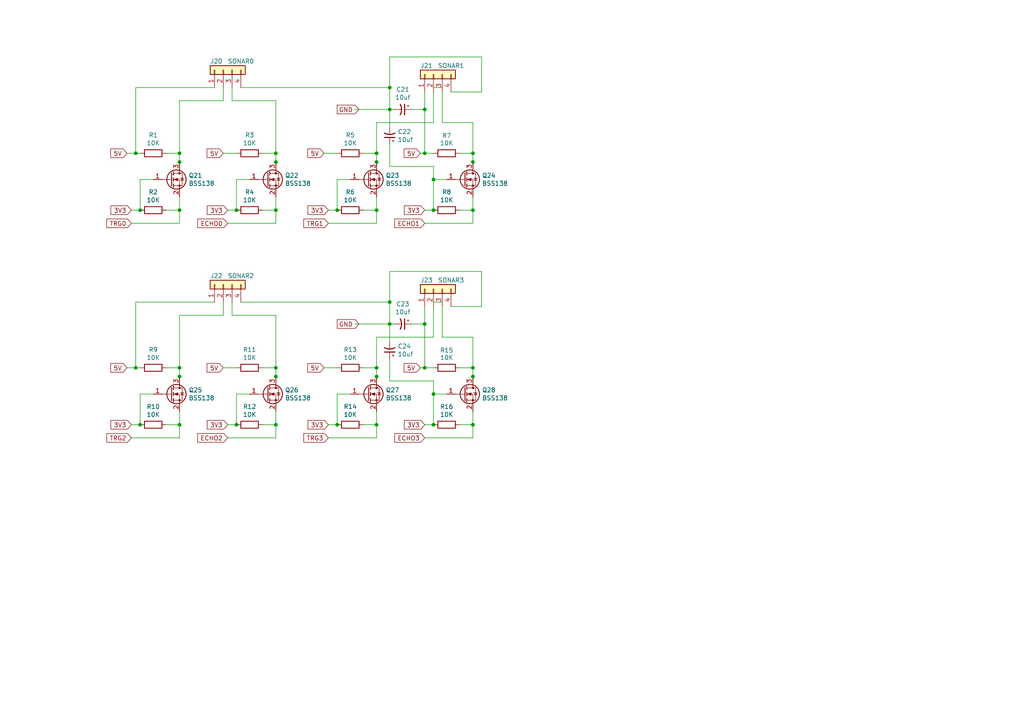
<source format=kicad_sch>
(kicad_sch (version 20250114) (generator "eeschema") (generator_version "9.0")
  (paper "A4")
  (title_block (title "Sonar Sensors") (date "2021-02-08") (rev "1") (company "Wimble Robotics") (comment 1 "3.3v to 5v level shifters for sonar sensors"))
  (lib_symbols
    (symbol "TeensyMonitorV5-rescue:BSS138-Transistor_FET" (pin_names (hide yes))
      (property "Reference" "Q" (at 5.08 1.905 0))
      (property "Value" "TeensyMonitorV5-rescue_BSS138-Transistor_FET" (at 5.08 0 0))
      (symbol "BSS138-Transistor_FET_0_1"
        (polyline (pts (xy 0.254 1.905) (xy 0.254 -1.905)) (stroke (width 0.254)))
        (polyline (pts (xy 0.254 0) (xy -2.54 0)))
        (polyline (pts (xy 0.762 2.286) (xy 0.762 1.27)) (stroke (width 0.254)))
        (polyline (pts (xy 0.762 0.508) (xy 0.762 -0.508)) (stroke (width 0.254)))
        (polyline (pts (xy 0.762 -1.27) (xy 0.762 -2.286)) (stroke (width 0.254)))
        (polyline (pts (xy 0.762 -1.778) (xy 3.302 -1.778) (xy 3.302 1.778) (xy 0.762 1.778)))
        (polyline (pts (xy 1.016 0) (xy 2.032 0.381) (xy 2.032 -0.381) (xy 1.016 0)) (fill (type outline)))
        (circle (center 1.651 0) (radius 2.794) (stroke (width 0.254)))
        (polyline (pts (xy 2.54 2.54) (xy 2.54 1.778)))
        (circle (center 2.54 1.778) (radius 0.254) (fill (type outline)))
        (circle (center 2.54 -1.778) (radius 0.254) (fill (type outline)))
        (polyline (pts (xy 2.54 -2.54) (xy 2.54 0) (xy 0.762 0)))
        (polyline (pts (xy 2.794 0.508) (xy 2.921 0.381) (xy 3.683 0.381) (xy 3.81 0.254)))
        (polyline (pts (xy 3.302 0.381) (xy 2.921 -0.254) (xy 3.683 -0.254) (xy 3.302 0.381)))
      )
      (symbol "BSS138-Transistor_FET_1_1"
        (pin input line (at -5.08 0 0) (length 2.54) (name "G") (number "1"))
        (pin passive line (at 2.54 5.08 270) (length 2.54) (name "D") (number "3"))
        (pin passive line (at 2.54 -5.08 90) (length 2.54) (name "S") (number "2"))
      )
    )
    (symbol "TeensyMonitorV5-rescue:CP1_Small-Device" (pin_numbers (hide yes)) (pin_names (offset 0.254) (hide yes))
      (property "Reference" "C" (at 0.254 1.778 0))
      (property "Value" "TeensyMonitorV5-rescue_CP1_Small-Device" (at 0.254 -2.032 0))
      (symbol "CP1_Small-Device_0_1"
        (polyline (pts (xy -1.524 0.508) (xy 1.524 0.508)) (stroke (width 0.3048)))
        (polyline (pts (xy -1.27 1.524) (xy -0.762 1.524)))
        (polyline (pts (xy -1.016 1.27) (xy -1.016 1.778)))
        (arc (start -1.524 -0.762) (mid 0 -0.3734) (end 1.524 -0.762) (stroke (width 0.3048)))
      )
      (symbol "CP1_Small-Device_1_1"
        (pin passive line (at 0 2.54 270) (length 2.032) (name "~") (number "1"))
        (pin passive line (at 0 -2.54 90) (length 2.032) (name "~") (number "2"))
      )
    )
    (symbol "TeensyMonitorV5-rescue:Conn_01x04-Connector_Generic" (pin_names (offset 1.016) (hide yes))
      (property "Reference" "J" (at 0 5.08 0))
      (property "Value" "TeensyMonitorV5-rescue_Conn_01x04-Connector_Generic" (at 0 -7.62 0))
      (symbol "Conn_01x04-Connector_Generic_1_1"
        (rectangle (start -1.27 3.81) (end 1.27 -6.35) (stroke (width 0.254)) (fill (type background)))
        (rectangle (start -1.27 2.667) (end 0 2.413) (stroke (width 0.1524)))
        (rectangle (start -1.27 0.127) (end 0 -0.127) (stroke (width 0.1524)))
        (rectangle (start -1.27 -2.413) (end 0 -2.667) (stroke (width 0.1524)))
        (rectangle (start -1.27 -4.953) (end 0 -5.207) (stroke (width 0.1524)))
        (pin passive line (at -5.08 2.54 0) (length 3.81) (name "Pin_1") (number "1"))
        (pin passive line (at -5.08 0 0) (length 3.81) (name "Pin_2") (number "2"))
        (pin passive line (at -5.08 -2.54 0) (length 3.81) (name "Pin_3") (number "3"))
        (pin passive line (at -5.08 -5.08 0) (length 3.81) (name "Pin_4") (number "4"))
      )
    )
    (symbol "TeensyMonitorV5-rescue:R-Device" (pin_numbers (hide yes)) (pin_names (offset 0))
      (property "Reference" "R" (at 2.032 0 90))
      (property "Value" "TeensyMonitorV5-rescue_R-Device" (at 0 0 90))
      (symbol "R-Device_0_1"
        (rectangle (start -1.016 -2.54) (end 1.016 2.54) (stroke (width 0.254)))
      )
      (symbol "R-Device_1_1"
        (pin passive line (at 0 3.81 270) (length 1.27) (name "~") (number "1"))
        (pin passive line (at 0 -3.81 90) (length 1.27) (name "~") (number "2"))
      )
    )
  )
  (junction (at 109.22 46.99))
  (junction (at 123.19 106.68))
  (junction (at 123.19 31.75))
  (junction (at 123.19 44.45))
  (junction (at 125.73 52.07))
  (junction (at 137.16 60.96))
  (junction (at 80.01 60.96))
  (junction (at 125.73 114.3))
  (junction (at 137.16 46.99))
  (junction (at 52.07 44.45))
  (junction (at 113.03 93.98))
  (junction (at 52.07 60.96))
  (junction (at 113.03 25.4))
  (junction (at 123.19 93.98))
  (junction (at 80.01 106.68))
  (junction (at 39.37 106.68))
  (junction (at 52.07 106.68))
  (junction (at 97.79 123.19))
  (junction (at 109.22 109.22))
  (junction (at 68.58 123.19))
  (junction (at 109.22 44.45))
  (junction (at 39.37 44.45))
  (junction (at 125.73 60.96))
  (junction (at 113.03 31.75))
  (junction (at 80.01 123.19))
  (junction (at 109.22 123.19))
  (junction (at 52.07 123.19))
  (junction (at 80.01 44.45))
  (junction (at 113.03 87.63))
  (junction (at 40.64 60.96))
  (junction (at 109.22 60.96))
  (junction (at 137.16 123.19))
  (junction (at 137.16 106.68))
  (junction (at 80.01 109.22))
  (junction (at 68.58 60.96))
  (junction (at 137.16 44.45))
  (junction (at 52.07 46.99))
  (junction (at 125.73 123.19))
  (junction (at 109.22 106.68))
  (junction (at 80.01 46.99))
  (junction (at 97.79 60.96))
  (junction (at 52.07 109.22))
  (junction (at 40.64 123.19))
  (junction (at 137.16 109.22))
  (wire (pts (xy 109.22 35.56) (xy 125.73 35.56)))
  (wire (pts (xy 109.22 106.68) (xy 105.41 106.68)))
  (wire (pts (xy 68.58 106.68) (xy 64.77 106.68)))
  (wire (pts (xy 80.01 46.99) (xy 80.01 44.45)))
  (wire (pts (xy 38.1 64.77) (xy 52.07 64.77)))
  (wire (pts (xy 109.22 48.26) (xy 109.22 46.99)))
  (wire (pts (xy 137.16 127) (xy 137.16 123.19)))
  (wire (pts (xy 97.79 114.3) (xy 97.79 123.19)))
  (wire (pts (xy 68.58 52.07) (xy 68.58 60.96)))
  (wire (pts (xy 125.73 26.67) (xy 125.73 35.56)))
  (wire (pts (xy 68.58 114.3) (xy 68.58 123.19)))
  (wire (pts (xy 125.73 87.63) (xy 128.27 87.63)))
  (wire (pts (xy 80.01 44.45) (xy 76.2 44.45)))
  (wire (pts (xy 125.73 88.9) (xy 125.73 97.79)))
  (wire (pts (xy 66.04 127) (xy 80.01 127)))
  (wire (pts (xy 137.16 44.45) (xy 133.35 44.45)))
  (wire (pts (xy 68.58 123.19) (xy 66.04 123.19)))
  (wire (pts (xy 80.01 123.19) (xy 80.01 119.38)))
  (wire (pts (xy 109.22 123.19) (xy 109.22 119.38)))
  (wire (pts (xy 39.37 87.63) (xy 39.37 106.68)))
  (wire (pts (xy 80.01 91.44) (xy 80.01 106.68)))
  (wire (pts (xy 52.07 91.44) (xy 64.77 91.44)))
  (wire (pts (xy 113.03 78.74) (xy 139.7 78.74)))
  (wire (pts (xy 109.22 46.99) (xy 109.22 44.45)))
  (wire (pts (xy 40.64 123.19) (xy 38.1 123.19)))
  (wire (pts (xy 128.27 97.79) (xy 137.16 97.79)))
  (wire (pts (xy 52.07 44.45) (xy 48.26 44.45)))
  (wire (pts (xy 109.22 60.96) (xy 109.22 57.15)))
  (wire (pts (xy 67.31 87.63) (xy 67.31 91.44)))
  (wire (pts (xy 137.16 97.79) (xy 137.16 106.68)))
  (wire (pts (xy 123.19 93.98) (xy 123.19 106.68)))
  (wire (pts (xy 137.16 48.26) (xy 137.16 46.99)))
  (wire (pts (xy 113.03 93.98) (xy 113.03 87.63)))
  (wire (pts (xy 137.16 46.99) (xy 137.16 44.45)))
  (wire (pts (xy 119.38 93.98) (xy 123.19 93.98)))
  (wire (pts (xy 38.1 127) (xy 52.07 127)))
  (wire (pts (xy 125.73 60.96) (xy 123.19 60.96)))
  (wire (pts (xy 40.64 44.45) (xy 39.37 44.45)))
  (wire (pts (xy 114.3 93.98) (xy 113.03 93.98)))
  (wire (pts (xy 113.03 99.06) (xy 113.03 93.98)))
  (wire (pts (xy 125.73 114.3) (xy 125.73 110.49)))
  (wire (pts (xy 40.64 106.68) (xy 39.37 106.68)))
  (wire (pts (xy 80.01 48.26) (xy 80.01 46.99)))
  (wire (pts (xy 123.19 26.67) (xy 123.19 31.75)))
  (wire (pts (xy 80.01 106.68) (xy 76.2 106.68)))
  (wire (pts (xy 125.73 52.07) (xy 125.73 60.96)))
  (wire (pts (xy 125.73 114.3) (xy 125.73 123.19)))
  (wire (pts (xy 125.73 114.3) (xy 129.54 114.3)))
  (wire (pts (xy 139.7 88.9) (xy 130.81 88.9)))
  (wire (pts (xy 80.01 110.49) (xy 80.01 109.22)))
  (wire (pts (xy 52.07 60.96) (xy 52.07 57.15)))
  (wire (pts (xy 109.22 44.45) (xy 105.41 44.45)))
  (wire (pts (xy 109.22 127) (xy 109.22 123.19)))
  (wire (pts (xy 48.26 60.96) (xy 52.07 60.96)))
  (wire (pts (xy 52.07 48.26) (xy 52.07 46.99)))
  (wire (pts (xy 125.73 106.68) (xy 123.19 106.68)))
  (wire (pts (xy 76.2 123.19) (xy 80.01 123.19)))
  (wire (pts (xy 113.03 87.63) (xy 113.03 78.74)))
  (wire (pts (xy 125.73 25.4) (xy 128.27 25.4)))
  (wire (pts (xy 97.79 123.19) (xy 95.25 123.19)))
  (wire (pts (xy 80.01 29.21) (xy 80.01 44.45)))
  (wire (pts (xy 105.41 60.96) (xy 109.22 60.96)))
  (wire (pts (xy 123.19 88.9) (xy 123.19 93.98)))
  (wire (pts (xy 125.73 110.49) (xy 113.03 110.49)))
  (wire (pts (xy 52.07 29.21) (xy 52.07 44.45)))
  (wire (pts (xy 125.73 44.45) (xy 123.19 44.45)))
  (wire (pts (xy 97.79 60.96) (xy 95.25 60.96)))
  (wire (pts (xy 113.03 36.83) (xy 113.03 31.75)))
  (wire (pts (xy 39.37 44.45) (xy 36.83 44.45)))
  (wire (pts (xy 137.16 109.22) (xy 137.16 106.68)))
  (wire (pts (xy 67.31 29.21) (xy 80.01 29.21)))
  (wire (pts (xy 137.16 123.19) (xy 137.16 119.38)))
  (wire (pts (xy 97.79 52.07) (xy 101.6 52.07)))
  (wire (pts (xy 113.03 48.26) (xy 113.03 41.91)))
  (wire (pts (xy 66.04 64.77) (xy 80.01 64.77)))
  (wire (pts (xy 68.58 52.07) (xy 72.39 52.07)))
  (wire (pts (xy 52.07 127) (xy 52.07 123.19)))
  (wire (pts (xy 137.16 64.77) (xy 137.16 60.96)))
  (wire (pts (xy 105.41 123.19) (xy 109.22 123.19)))
  (wire (pts (xy 80.01 64.77) (xy 80.01 60.96)))
  (wire (pts (xy 119.38 31.75) (xy 123.19 31.75)))
  (wire (pts (xy 52.07 110.49) (xy 52.07 109.22)))
  (wire (pts (xy 68.58 44.45) (xy 64.77 44.45)))
  (wire (pts (xy 67.31 25.4) (xy 67.31 29.21)))
  (wire (pts (xy 139.7 26.67) (xy 130.81 26.67)))
  (wire (pts (xy 69.85 87.63) (xy 113.03 87.63)))
  (wire (pts (xy 39.37 87.63) (xy 62.23 87.63)))
  (wire (pts (xy 109.22 97.79) (xy 109.22 106.68)))
  (wire (pts (xy 128.27 35.56) (xy 137.16 35.56)))
  (wire (pts (xy 40.64 52.07) (xy 40.64 60.96)))
  (wire (pts (xy 137.16 110.49) (xy 137.16 109.22)))
  (wire (pts (xy 69.85 25.4) (xy 113.03 25.4)))
  (wire (pts (xy 80.01 60.96) (xy 80.01 57.15)))
  (wire (pts (xy 113.03 110.49) (xy 113.03 104.14)))
  (wire (pts (xy 97.79 114.3) (xy 101.6 114.3)))
  (wire (pts (xy 67.31 91.44) (xy 80.01 91.44)))
  (wire (pts (xy 137.16 106.68) (xy 133.35 106.68)))
  (wire (pts (xy 137.16 60.96) (xy 137.16 57.15)))
  (wire (pts (xy 109.22 97.79) (xy 125.73 97.79)))
  (wire (pts (xy 109.22 110.49) (xy 109.22 109.22)))
  (wire (pts (xy 40.64 114.3) (xy 40.64 123.19)))
  (wire (pts (xy 68.58 114.3) (xy 72.39 114.3)))
  (wire (pts (xy 114.3 31.75) (xy 113.03 31.75)))
  (wire (pts (xy 113.03 31.75) (xy 113.03 25.4)))
  (wire (pts (xy 52.07 64.77) (xy 52.07 60.96)))
  (wire (pts (xy 93.98 44.45) (xy 97.79 44.45)))
  (wire (pts (xy 97.79 52.07) (xy 97.79 60.96)))
  (wire (pts (xy 113.03 25.4) (xy 113.03 16.51)))
  (wire (pts (xy 52.07 91.44) (xy 52.07 106.68)))
  (wire (pts (xy 133.35 60.96) (xy 137.16 60.96)))
  (wire (pts (xy 109.22 64.77) (xy 109.22 60.96)))
  (wire (pts (xy 40.64 52.07) (xy 44.45 52.07)))
  (wire (pts (xy 52.07 106.68) (xy 48.26 106.68)))
  (wire (pts (xy 125.73 52.07) (xy 125.73 48.26)))
  (wire (pts (xy 123.19 44.45) (xy 121.92 44.45)))
  (wire (pts (xy 80.01 109.22) (xy 80.01 106.68)))
  (wire (pts (xy 109.22 109.22) (xy 109.22 106.68)))
  (wire (pts (xy 125.73 52.07) (xy 129.54 52.07)))
  (wire (pts (xy 95.25 127) (xy 109.22 127)))
  (wire (pts (xy 139.7 16.51) (xy 139.7 26.67)))
  (wire (pts (xy 48.26 123.19) (xy 52.07 123.19)))
  (wire (pts (xy 93.98 106.68) (xy 97.79 106.68)))
  (wire (pts (xy 128.27 88.9) (xy 128.27 97.79)))
  (wire (pts (xy 76.2 60.96) (xy 80.01 60.96)))
  (wire (pts (xy 39.37 25.4) (xy 39.37 44.45)))
  (wire (pts (xy 109.22 35.56) (xy 109.22 44.45)))
  (wire (pts (xy 52.07 29.21) (xy 64.77 29.21)))
  (wire (pts (xy 40.64 60.96) (xy 38.1 60.96)))
  (wire (pts (xy 80.01 127) (xy 80.01 123.19)))
  (wire (pts (xy 39.37 25.4) (xy 62.23 25.4)))
  (wire (pts (xy 113.03 93.98) (xy 102.87 93.98)))
  (wire (pts (xy 95.25 64.77) (xy 109.22 64.77)))
  (wire (pts (xy 128.27 26.67) (xy 128.27 35.56)))
  (wire (pts (xy 113.03 31.75) (xy 102.87 31.75)))
  (wire (pts (xy 113.03 16.51) (xy 139.7 16.51)))
  (wire (pts (xy 52.07 109.22) (xy 52.07 106.68)))
  (wire (pts (xy 125.73 48.26) (xy 113.03 48.26)))
  (wire (pts (xy 52.07 46.99) (xy 52.07 44.45)))
  (wire (pts (xy 123.19 64.77) (xy 137.16 64.77)))
  (wire (pts (xy 137.16 35.56) (xy 137.16 44.45)))
  (wire (pts (xy 64.77 91.44) (xy 64.77 87.63)))
  (wire (pts (xy 123.19 31.75) (xy 123.19 44.45)))
  (wire (pts (xy 39.37 106.68) (xy 36.83 106.68)))
  (wire (pts (xy 68.58 60.96) (xy 66.04 60.96)))
  (wire (pts (xy 139.7 78.74) (xy 139.7 88.9)))
  (wire (pts (xy 52.07 123.19) (xy 52.07 119.38)))
  (wire (pts (xy 123.19 106.68) (xy 121.92 106.68)))
  (wire (pts (xy 40.64 114.3) (xy 44.45 114.3)))
  (wire (pts (xy 64.77 29.21) (xy 64.77 25.4)))
  (wire (pts (xy 125.73 123.19) (xy 123.19 123.19)))
  (wire (pts (xy 123.19 127) (xy 137.16 127)))
  (wire (pts (xy 133.35 123.19) (xy 137.16 123.19)))
  (global_label "3V3" (shape input) (at 123.19 123.19 180) (property "Intersheetrefs" "${INTERSHEET_REFS}" (effects (hide yes))))
  (global_label "3V3" (shape input) (at 38.1 123.19 180) (property "Intersheetrefs" "${INTERSHEET_REFS}" (effects (hide yes))))
  (global_label "5V" (shape input) (at 36.83 106.68 180) (property "Intersheetrefs" "${INTERSHEET_REFS}" (effects (hide yes))))
  (global_label "3V3" (shape input) (at 66.04 60.96 180) (property "Intersheetrefs" "${INTERSHEET_REFS}" (effects (hide yes))))
  (global_label "TRG3" (shape input) (at 95.25 127 180) (property "Intersheetrefs" "${INTERSHEET_REFS}" (effects (hide yes))))
  (global_label "5V" (shape input) (at 93.98 44.45 180) (property "Intersheetrefs" "${INTERSHEET_REFS}" (effects (hide yes))))
  (global_label "5V" (shape input) (at 121.92 44.45 180) (property "Intersheetrefs" "${INTERSHEET_REFS}" (effects (hide yes))))
  (global_label "GND" (shape output) (at 97.79 31.75 0) (property "Intersheetrefs" "${INTERSHEET_REFS}" (effects (hide yes))))
  (global_label "ECHO2" (shape input) (at 66.04 127 180) (property "Intersheetrefs" "${INTERSHEET_REFS}" (effects (hide yes))))
  (global_label "5V" (shape input) (at 93.98 106.68 180) (property "Intersheetrefs" "${INTERSHEET_REFS}" (effects (hide yes))))
  (global_label "3V3" (shape input) (at 38.1 60.96 180) (property "Intersheetrefs" "${INTERSHEET_REFS}" (effects (hide yes))))
  (global_label "TRG0" (shape input) (at 38.1 64.77 180) (property "Intersheetrefs" "${INTERSHEET_REFS}" (effects (hide yes))))
  (global_label "ECHO3" (shape input) (at 123.19 127 180) (property "Intersheetrefs" "${INTERSHEET_REFS}" (effects (hide yes))))
  (global_label "3V3" (shape input) (at 123.19 60.96 180) (property "Intersheetrefs" "${INTERSHEET_REFS}" (effects (hide yes))))
  (global_label "5V" (shape input) (at 121.92 106.68 180) (property "Intersheetrefs" "${INTERSHEET_REFS}" (effects (hide yes))))
  (global_label "5V" (shape input) (at 64.77 106.68 180) (property "Intersheetrefs" "${INTERSHEET_REFS}" (effects (hide yes))))
  (global_label "3V3" (shape input) (at 66.04 123.19 180) (property "Intersheetrefs" "${INTERSHEET_REFS}" (effects (hide yes))))
  (global_label "ECHO1" (shape input) (at 123.19 64.77 180) (property "Intersheetrefs" "${INTERSHEET_REFS}" (effects (hide yes))))
  (global_label "ECHO0" (shape input) (at 66.04 64.77 180) (property "Intersheetrefs" "${INTERSHEET_REFS}" (effects (hide yes))))
  (global_label "3V3" (shape input) (at 95.25 60.96 180) (property "Intersheetrefs" "${INTERSHEET_REFS}" (effects (hide yes))))
  (global_label "GND" (shape output) (at 97.79 93.98 0) (property "Intersheetrefs" "${INTERSHEET_REFS}" (effects (hide yes))))
  (global_label "3V3" (shape input) (at 95.25 123.19 180) (property "Intersheetrefs" "${INTERSHEET_REFS}" (effects (hide yes))))
  (global_label "5V" (shape input) (at 36.83 44.45 180) (property "Intersheetrefs" "${INTERSHEET_REFS}" (effects (hide yes))))
  (global_label "TRG1" (shape input) (at 95.25 64.77 180) (property "Intersheetrefs" "${INTERSHEET_REFS}" (effects (hide yes))))
  (global_label "5V" (shape input) (at 64.77 44.45 180) (property "Intersheetrefs" "${INTERSHEET_REFS}" (effects (hide yes))))
  (global_label "TRG2" (shape input) (at 38.1 127 180) (property "Intersheetrefs" "${INTERSHEET_REFS}" (effects (hide yes))))
  (symbol (lib_id "TeensyMonitorV5-rescue:Conn_01x04-Connector_Generic") (at 64.77 20.32 90) (unit 1)
    (property "Reference" "J20" (at 60.96 17.78 90) (effects (justify right)))
    (property "Value" "SONAR0" (at 66.04 17.78 90) (effects (justify right)))
    (property "Footprint" "Connector_Molex:533750410" (effects (hide yes)))
  )
  (symbol (lib_id "TeensyMonitorV5-rescue:Conn_01x04-Connector_Generic") (at 125.73 21.59 90) (unit 1)
    (property "Reference" "J21" (at 121.92 19.05 90) (effects (justify right)))
    (property "Value" "SONAR1" (at 127 19.05 90) (effects (justify right)))
    (property "Footprint" "Connector_Molex:533750410" (effects (hide yes)))
  )
  (symbol (lib_id "TeensyMonitorV5-rescue:BSS138-Transistor_FET") (at 49.53 114.3 0) (unit 1)
    (property "Reference" "Q25" (at 54.7116 113.1316 0) (effects (justify left)))
    (property "Value" "BSS138" (at 54.7116 115.443 0) (effects (justify left)))
    (property "Footprint" "Package_TO_SOT_SMD:SOT-23" (effects (hide yes)))
    (property "Datasheet" "https://www.onsemi.com/pub/Collateral/BSS138-D.PDF" (effects (hide yes)))
    (property "LCSC" "BSS138LT1G" (effects (hide yes)))
  )
  (symbol (lib_id "TeensyMonitorV5-rescue:R-Device") (at 44.45 123.19 90) (unit 1)
    (property "Reference" "R10" (at 44.45 117.9322 90))
    (property "Value" "10K" (at 44.45 120.2436 90))
    (property "Footprint" "Resistor_SMD:R_0603_1608Metric" (effects (hide yes)))
    (property "LCSC" "0603WAF1002T5E" (effects (hide yes)))
  )
  (symbol (lib_id "TeensyMonitorV5-rescue:R-Device") (at 44.45 106.68 90) (unit 1)
    (property "Reference" "R9" (at 44.45 101.4222 90))
    (property "Value" "10K" (at 44.45 103.7336 90))
    (property "Footprint" "Resistor_SMD:R_0603_1608Metric" (effects (hide yes)))
    (property "LCSC" "0603WAF1002T5E" (effects (hide yes)))
  )
  (symbol (lib_id "TeensyMonitorV5-rescue:BSS138-Transistor_FET") (at 77.47 114.3 0) (unit 1)
    (property "Reference" "Q26" (at 82.6516 113.1316 0) (effects (justify left)))
    (property "Value" "BSS138" (at 82.6516 115.443 0) (effects (justify left)))
    (property "Footprint" "Package_TO_SOT_SMD:SOT-23" (effects (hide yes)))
    (property "Datasheet" "https://www.onsemi.com/pub/Collateral/BSS138-D.PDF" (effects (hide yes)))
    (property "LCSC" "BSS138LT1G" (effects (hide yes)))
  )
  (symbol (lib_id "TeensyMonitorV5-rescue:R-Device") (at 72.39 123.19 90) (unit 1)
    (property "Reference" "R12" (at 72.39 117.9322 90))
    (property "Value" "10K" (at 72.39 120.2436 90))
    (property "Footprint" "Resistor_SMD:R_0603_1608Metric" (effects (hide yes)))
    (property "LCSC" "0603WAF1002T5E" (effects (hide yes)))
  )
  (symbol (lib_id "TeensyMonitorV5-rescue:R-Device") (at 72.39 106.68 90) (unit 1)
    (property "Reference" "R11" (at 72.39 101.4222 90))
    (property "Value" "10K" (at 72.39 103.7336 90))
    (property "Footprint" "Resistor_SMD:R_0603_1608Metric" (effects (hide yes)))
    (property "LCSC" "0603WAF1002T5E" (effects (hide yes)))
  )
  (symbol (lib_id "TeensyMonitorV5-rescue:BSS138-Transistor_FET") (at 106.68 114.3 0) (unit 1)
    (property "Reference" "Q27" (at 111.8616 113.1316 0) (effects (justify left)))
    (property "Value" "BSS138" (at 111.8616 115.443 0) (effects (justify left)))
    (property "Footprint" "Package_TO_SOT_SMD:SOT-23" (effects (hide yes)))
    (property "Datasheet" "https://www.onsemi.com/pub/Collateral/BSS138-D.PDF" (effects (hide yes)))
    (property "LCSC" "BSS138LT1G" (effects (hide yes)))
  )
  (symbol (lib_id "TeensyMonitorV5-rescue:R-Device") (at 101.6 123.19 90) (unit 1)
    (property "Reference" "R14" (at 101.6 117.9322 90))
    (property "Value" "10K" (at 101.6 120.2436 90))
    (property "Footprint" "Resistor_SMD:R_0603_1608Metric" (effects (hide yes)))
    (property "LCSC" "0603WAF1002T5E" (effects (hide yes)))
  )
  (symbol (lib_id "TeensyMonitorV5-rescue:R-Device") (at 101.6 106.68 90) (unit 1)
    (property "Reference" "R13" (at 101.6 101.4222 90))
    (property "Value" "10K" (at 101.6 103.7336 90))
    (property "Footprint" "Resistor_SMD:R_0603_1608Metric" (effects (hide yes)))
    (property "LCSC" "0603WAF1002T5E" (effects (hide yes)))
  )
  (symbol (lib_id "TeensyMonitorV5-rescue:BSS138-Transistor_FET") (at 134.62 114.3 0) (unit 1)
    (property "Reference" "Q28" (at 139.8016 113.1316 0) (effects (justify left)))
    (property "Value" "BSS138" (at 139.8016 115.443 0) (effects (justify left)))
    (property "Footprint" "Package_TO_SOT_SMD:SOT-23" (effects (hide yes)))
    (property "Datasheet" "https://www.onsemi.com/pub/Collateral/BSS138-D.PDF" (effects (hide yes)))
    (property "LCSC" "BSS138LT1G" (effects (hide yes)))
  )
  (symbol (lib_id "TeensyMonitorV5-rescue:R-Device") (at 129.54 123.19 90) (unit 1)
    (property "Reference" "R16" (at 129.54 117.9322 90))
    (property "Value" "10K" (at 129.54 120.2436 90))
    (property "Footprint" "Resistor_SMD:R_0603_1608Metric" (effects (hide yes)))
    (property "LCSC" "0603WAF1002T5E" (effects (hide yes)))
  )
  (symbol (lib_id "TeensyMonitorV5-rescue:R-Device") (at 129.54 106.68 90) (unit 1)
    (property "Reference" "R15" (at 129.54 101.6 90))
    (property "Value" "10K" (at 129.54 103.7336 90))
    (property "Footprint" "Resistor_SMD:R_0603_1608Metric" (effects (hide yes)))
    (property "LCSC" "0603WAF1002T5E" (effects (hide yes)))
  )
  (symbol (lib_id "TeensyMonitorV5-rescue:CP1_Small-Device") (at 116.84 93.98 270) (unit 1)
    (property "Reference" "C23" (at 116.84 88.1888 90))
    (property "Value" "10uf" (at 116.84 90.5002 90))
    (property "Footprint" "Capacitor_SMD:C_0805_2012Metric" (effects (hide yes)))
    (property "LCSC" "CL21A106KAYNNNE" (effects (hide yes)))
  )
  (symbol (lib_id "TeensyMonitorV5-rescue:CP1_Small-Device") (at 113.03 101.6 180) (unit 1)
    (property "Reference" "C24" (at 115.3414 100.4316 0) (effects (justify right)))
    (property "Value" "10uf" (at 115.3414 102.743 0) (effects (justify right)))
    (property "Footprint" "Capacitor_SMD:C_0805_2012Metric" (effects (hide yes)))
    (property "LCSC" "CL21A106KAYNNNE" (effects (hide yes)))
  )
  (symbol (lib_id "TeensyMonitorV5-rescue:Conn_01x04-Connector_Generic") (at 64.77 82.55 90) (unit 1)
    (property "Reference" "J22" (at 60.96 80.01 90) (effects (justify right)))
    (property "Value" "SONAR2" (at 66.04 80.01 90) (effects (justify right)))
    (property "Footprint" "Connector_Molex:533750410" (effects (hide yes)))
  )
  (symbol (lib_id "TeensyMonitorV5-rescue:Conn_01x04-Connector_Generic") (at 125.73 83.82 90) (unit 1)
    (property "Reference" "J23" (at 121.92 81.28 90) (effects (justify right)))
    (property "Value" "SONAR3" (at 127 81.28 90) (effects (justify right)))
    (property "Footprint" "Connector_Molex:533750410" (effects (hide yes)))
  )
  (symbol (lib_id "TeensyMonitorV5-rescue:BSS138-Transistor_FET") (at 49.53 52.07 0) (unit 1)
    (property "Reference" "Q21" (at 54.7116 50.9016 0) (effects (justify left)))
    (property "Value" "BSS138" (at 54.7116 53.213 0) (effects (justify left)))
    (property "Footprint" "Package_TO_SOT_SMD:SOT-23" (effects (hide yes)))
    (property "Datasheet" "https://www.onsemi.com/pub/Collateral/BSS138-D.PDF" (effects (hide yes)))
    (property "LCSC" "BSS138LT1G" (effects (hide yes)))
  )
  (symbol (lib_id "TeensyMonitorV5-rescue:R-Device") (at 44.45 60.96 90) (unit 1)
    (property "Reference" "R2" (at 44.45 55.7022 90))
    (property "Value" "10K" (at 44.45 58.0136 90))
    (property "Footprint" "Resistor_SMD:R_0603_1608Metric" (effects (hide yes)))
    (property "LCSC" "0603WAF1002T5E" (effects (hide yes)))
  )
  (symbol (lib_id "TeensyMonitorV5-rescue:R-Device") (at 44.45 44.45 90) (unit 1)
    (property "Reference" "R1" (at 44.45 39.1922 90))
    (property "Value" "10K" (at 44.45 41.5036 90))
    (property "Footprint" "Resistor_SMD:R_0603_1608Metric" (effects (hide yes)))
    (property "LCSC" "0603WAF1002T5E" (effects (hide yes)))
  )
  (symbol (lib_id "TeensyMonitorV5-rescue:BSS138-Transistor_FET") (at 77.47 52.07 0) (unit 1)
    (property "Reference" "Q22" (at 82.6516 50.9016 0) (effects (justify left)))
    (property "Value" "BSS138" (at 82.6516 53.213 0) (effects (justify left)))
    (property "Footprint" "Package_TO_SOT_SMD:SOT-23" (effects (hide yes)))
    (property "Datasheet" "https://www.onsemi.com/pub/Collateral/BSS138-D.PDF" (effects (hide yes)))
    (property "LCSC" "BSS138LT1G" (effects (hide yes)))
  )
  (symbol (lib_id "TeensyMonitorV5-rescue:R-Device") (at 72.39 60.96 90) (unit 1)
    (property "Reference" "R4" (at 72.39 55.7022 90))
    (property "Value" "10K" (at 72.39 58.0136 90))
    (property "Footprint" "Resistor_SMD:R_0603_1608Metric" (effects (hide yes)))
    (property "LCSC" "0603WAF1002T5E" (effects (hide yes)))
  )
  (symbol (lib_id "TeensyMonitorV5-rescue:R-Device") (at 72.39 44.45 90) (unit 1)
    (property "Reference" "R3" (at 72.39 39.1922 90))
    (property "Value" "10K" (at 72.39 41.5036 90))
    (property "Footprint" "Resistor_SMD:R_0603_1608Metric" (effects (hide yes)))
    (property "LCSC" "0603WAF1002T5E" (effects (hide yes)))
  )
  (symbol (lib_id "TeensyMonitorV5-rescue:BSS138-Transistor_FET") (at 106.68 52.07 0) (unit 1)
    (property "Reference" "Q23" (at 111.8616 50.9016 0) (effects (justify left)))
    (property "Value" "BSS138" (at 111.8616 53.213 0) (effects (justify left)))
    (property "Footprint" "Package_TO_SOT_SMD:SOT-23" (effects (hide yes)))
    (property "Datasheet" "https://www.onsemi.com/pub/Collateral/BSS138-D.PDF" (effects (hide yes)))
    (property "LCSC" "BSS138LT1G" (effects (hide yes)))
  )
  (symbol (lib_id "TeensyMonitorV5-rescue:R-Device") (at 101.6 60.96 90) (unit 1)
    (property "Reference" "R6" (at 101.6 55.7022 90))
    (property "Value" "10K" (at 101.6 58.0136 90))
    (property "Footprint" "Resistor_SMD:R_0603_1608Metric" (effects (hide yes)))
    (property "LCSC" "0603WAF1002T5E" (effects (hide yes)))
  )
  (symbol (lib_id "TeensyMonitorV5-rescue:R-Device") (at 101.6 44.45 90) (unit 1)
    (property "Reference" "R5" (at 101.6 39.1922 90))
    (property "Value" "10K" (at 101.6 41.5036 90))
    (property "Footprint" "Resistor_SMD:R_0603_1608Metric" (effects (hide yes)))
    (property "LCSC" "0603WAF1002T5E" (effects (hide yes)))
  )
  (symbol (lib_id "TeensyMonitorV5-rescue:BSS138-Transistor_FET") (at 134.62 52.07 0) (unit 1)
    (property "Reference" "Q24" (at 139.8016 50.9016 0) (effects (justify left)))
    (property "Value" "BSS138" (at 139.8016 53.213 0) (effects (justify left)))
    (property "Footprint" "Package_TO_SOT_SMD:SOT-23" (effects (hide yes)))
    (property "Datasheet" "https://www.onsemi.com/pub/Collateral/BSS138-D.PDF" (effects (hide yes)))
    (property "LCSC" "BSS138LT1G" (effects (hide yes)))
  )
  (symbol (lib_id "TeensyMonitorV5-rescue:R-Device") (at 129.54 60.96 90) (unit 1)
    (property "Reference" "R8" (at 129.54 55.7022 90))
    (property "Value" "10K" (at 129.54 58.0136 90))
    (property "Footprint" "Resistor_SMD:R_0603_1608Metric" (effects (hide yes)))
    (property "LCSC" "0603WAF1002T5E" (effects (hide yes)))
  )
  (symbol (lib_id "TeensyMonitorV5-rescue:R-Device") (at 129.54 44.45 90) (unit 1)
    (property "Reference" "R7" (at 129.54 39.37 90))
    (property "Value" "10K" (at 129.54 41.5036 90))
    (property "Footprint" "Resistor_SMD:R_0603_1608Metric" (effects (hide yes)))
    (property "LCSC" "0603WAF1002T5E" (effects (hide yes)))
  )
  (symbol (lib_id "TeensyMonitorV5-rescue:CP1_Small-Device") (at 116.84 31.75 270) (unit 1)
    (property "Reference" "C21" (at 116.84 25.9588 90))
    (property "Value" "10uf" (at 116.84 28.2702 90))
    (property "Footprint" "Capacitor_SMD:C_0805_2012Metric" (effects (hide yes)))
    (property "LCSC" "CL21A106KAYNNNE" (effects (hide yes)))
  )
  (symbol (lib_id "TeensyMonitorV5-rescue:CP1_Small-Device") (at 113.03 39.37 180) (unit 1)
    (property "Reference" "C22" (at 115.3414 38.2016 0) (effects (justify right)))
    (property "Value" "10uf" (at 115.3414 40.513 0) (effects (justify right)))
    (property "Footprint" "Capacitor_SMD:C_0805_2012Metric" (effects (hide yes)))
    (property "LCSC" "CL21A106KAYNNNE" (effects (hide yes)))
  )
)
</source>
